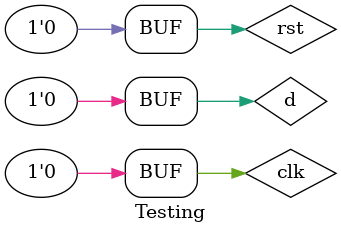
<source format=v>
module dff_sync_clear(d, clearb, clock, q);

	input d, clearb, clock;
	output q;
	reg q;
	
	always @ (posedge clock)
		begin
			if (!clearb) q <= 1'b0;
			else q <= d;
		end
endmodule

module dff_async_clear(d, clearb, clock, q);

	input d,clearb, clock;
	output q;
	reg q;
	
	always @ (negedge clearb or posedge clock)
		begin
			if(!clearb) q<=1'b0;
			else q<=d;
		end
endmodule

module Testing;

	reg d, clk, rst;
	wire q;
	
	dff_sync_clear dff(d, rst, clk, q);
	
	always @ (posedge clk) begin
		$display ("d=%b, clk=%b, rst=%b, q=%b\n", d, clk, rst, q);
	end
	
	initial begin
		//forever begin
			clk = 0;
			#5 clk = 1;
			#5 clk = 0;
			#5 clk = 1;
			#5 clk = 0;
			#5 clk = 1;
			#5 clk = 0;
		//end
	end
	
	initial begin
		d=0; rst=1;
		#5 d=1; rst=1;
		#10 d=1; rst=1;
		#15 d=0; rst=0;
	end
	
	initial begin
		$dumpfile("dff.vcd");
		$dumpvars;
	end
	
endmodule
</source>
